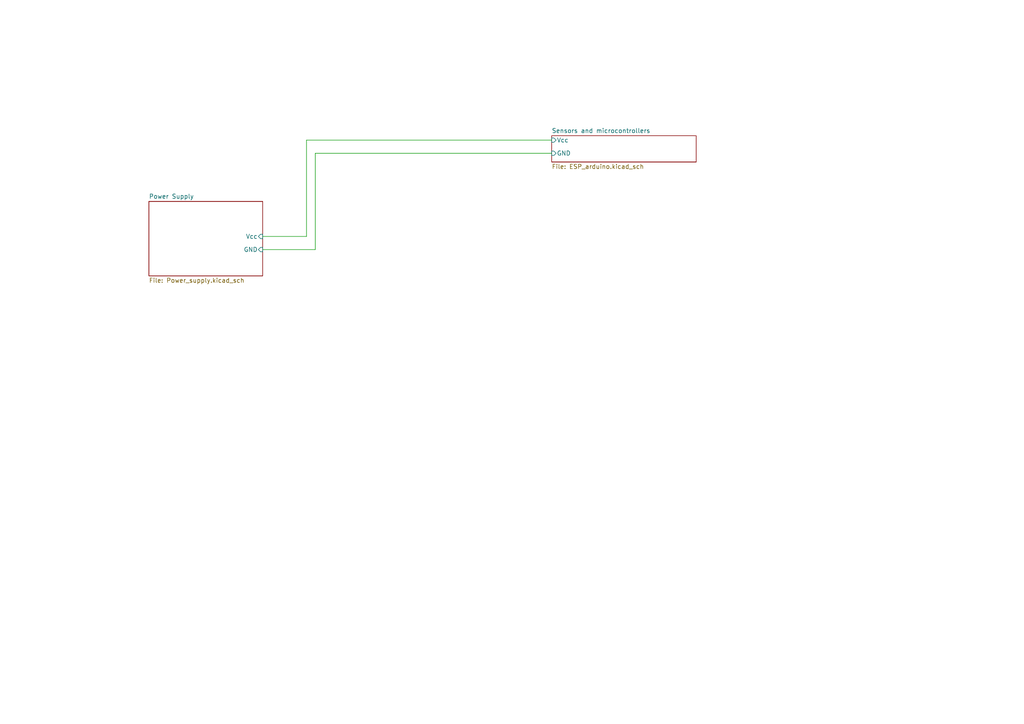
<source format=kicad_sch>
(kicad_sch
	(version 20231120)
	(generator "eeschema")
	(generator_version "8.0")
	(uuid "c23062b8-e5be-482c-a7d3-d12c8591941d")
	(paper "A4")
	(lib_symbols)
	(wire
		(pts
			(xy 76.2 68.58) (xy 88.9 68.58)
		)
		(stroke
			(width 0)
			(type default)
		)
		(uuid "16479fb2-2563-43f7-b54d-0fdbaae2a443")
	)
	(wire
		(pts
			(xy 88.9 40.64) (xy 160.02 40.64)
		)
		(stroke
			(width 0)
			(type default)
		)
		(uuid "3bf784fb-426e-4287-90c0-f3165cf52926")
	)
	(wire
		(pts
			(xy 91.44 72.39) (xy 91.44 44.45)
		)
		(stroke
			(width 0)
			(type default)
		)
		(uuid "3caa7053-d40a-42c5-8cce-d3759fe5b0bb")
	)
	(wire
		(pts
			(xy 76.2 72.39) (xy 91.44 72.39)
		)
		(stroke
			(width 0)
			(type default)
		)
		(uuid "54568961-b42a-4f33-8d84-04fd27db81f8")
	)
	(wire
		(pts
			(xy 91.44 44.45) (xy 160.02 44.45)
		)
		(stroke
			(width 0)
			(type default)
		)
		(uuid "6f0d9553-222f-4c16-8584-abf23aeece21")
	)
	(wire
		(pts
			(xy 88.9 68.58) (xy 88.9 40.64)
		)
		(stroke
			(width 0)
			(type default)
		)
		(uuid "e626acaf-3636-47ba-9e75-371a7bf3be1b")
	)
	(sheet
		(at 43.18 58.42)
		(size 33.02 21.59)
		(fields_autoplaced yes)
		(stroke
			(width 0)
			(type solid)
		)
		(fill
			(color 0 0 0 0.0000)
		)
		(uuid "00000000-0000-0000-0000-00006263b8ad")
		(property "Sheetname" "Power Supply"
			(at 43.18 57.7084 0)
			(effects
				(font
					(size 1.27 1.27)
				)
				(justify left bottom)
			)
		)
		(property "Sheetfile" "Power_supply.kicad_sch"
			(at 43.18 80.5946 0)
			(effects
				(font
					(size 1.27 1.27)
				)
				(justify left top)
			)
		)
		(pin "Vcc" input
			(at 76.2 68.58 0)
			(effects
				(font
					(size 1.27 1.27)
				)
				(justify right)
			)
			(uuid "207c11db-1fbc-4ee8-894a-064b8b658488")
		)
		(pin "GND" input
			(at 76.2 72.39 0)
			(effects
				(font
					(size 1.27 1.27)
				)
				(justify right)
			)
			(uuid "af714cfd-fca5-4190-8d73-60a022126c09")
		)
		(instances
			(project "CamMotion"
				(path "/c23062b8-e5be-482c-a7d3-d12c8591941d"
					(page "2")
				)
			)
		)
	)
	(sheet
		(at 160.02 39.37)
		(size 41.91 7.62)
		(fields_autoplaced yes)
		(stroke
			(width 0)
			(type solid)
		)
		(fill
			(color 0 0 0 0.0000)
		)
		(uuid "00000000-0000-0000-0000-00006263b902")
		(property "Sheetname" "Sensors and microcontrollers"
			(at 160.02 38.6584 0)
			(effects
				(font
					(size 1.27 1.27)
				)
				(justify left bottom)
			)
		)
		(property "Sheetfile" "ESP_arduino.kicad_sch"
			(at 160.02 47.5746 0)
			(effects
				(font
					(size 1.27 1.27)
				)
				(justify left top)
			)
		)
		(pin "GND" input
			(at 160.02 44.45 180)
			(effects
				(font
					(size 1.27 1.27)
				)
				(justify left)
			)
			(uuid "331754f9-0b1e-4401-b0ec-8d67f9c8725e")
		)
		(pin "Vcc" input
			(at 160.02 40.64 180)
			(effects
				(font
					(size 1.27 1.27)
				)
				(justify left)
			)
			(uuid "334697a3-3b24-4ad7-a944-d2e95dd77679")
		)
		(instances
			(project "CamMotion"
				(path "/c23062b8-e5be-482c-a7d3-d12c8591941d"
					(page "4")
				)
			)
		)
	)
	(sheet_instances
		(path "/"
			(page "1")
		)
	)
)

</source>
